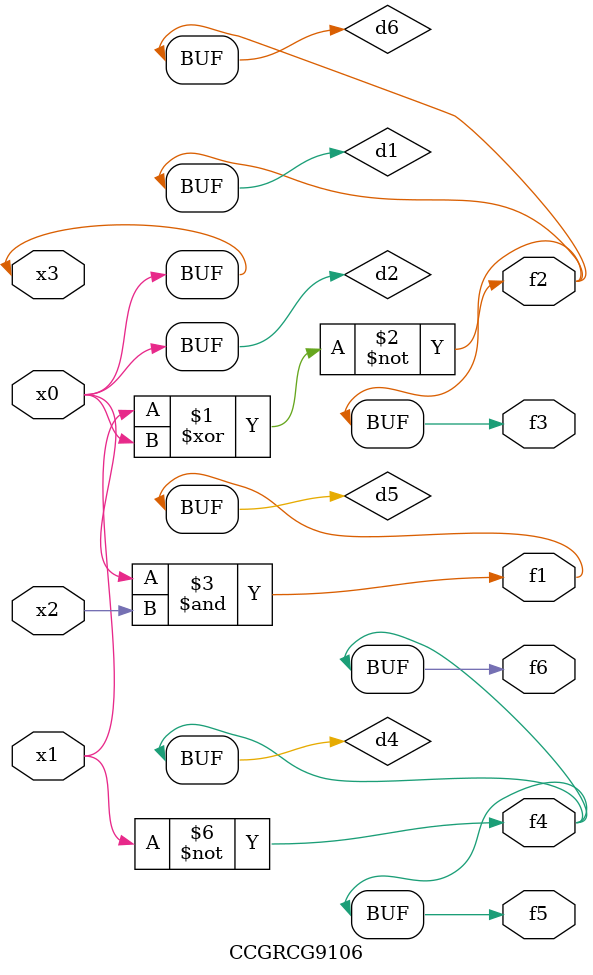
<source format=v>
module CCGRCG9106(
	input x0, x1, x2, x3,
	output f1, f2, f3, f4, f5, f6
);

	wire d1, d2, d3, d4, d5, d6;

	xnor (d1, x1, x3);
	buf (d2, x0, x3);
	nand (d3, x0, x2);
	not (d4, x1);
	nand (d5, d3);
	or (d6, d1);
	assign f1 = d5;
	assign f2 = d6;
	assign f3 = d6;
	assign f4 = d4;
	assign f5 = d4;
	assign f6 = d4;
endmodule

</source>
